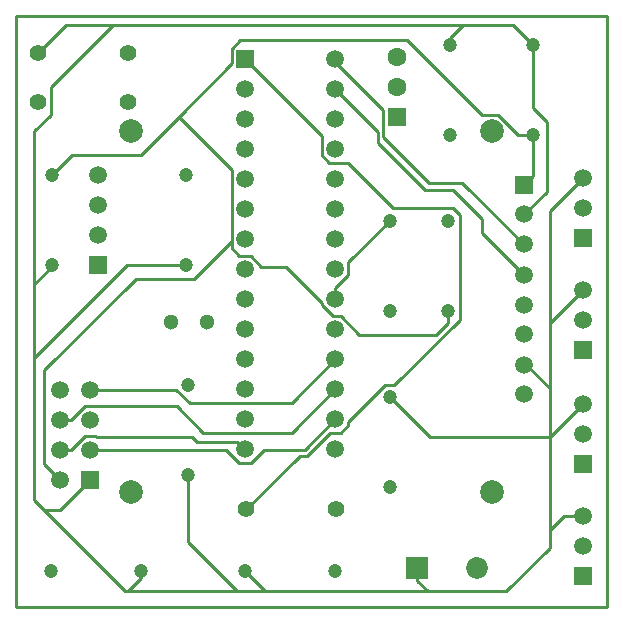
<source format=gtl>
G04 Layer_Physical_Order=1*
G04 Layer_Color=255*
%FSLAX42Y42*%
%MOMM*%
G71*
G01*
G75*
%ADD10C,0.25*%
%ADD11C,0.25*%
%ADD12C,1.20*%
%ADD13C,1.30*%
%ADD14R,1.60X1.60*%
%ADD15C,1.60*%
%ADD16C,1.50*%
%ADD17R,1.50X1.50*%
%ADD18C,1.40*%
%ADD19R,1.50X1.50*%
%ADD20R,1.85X1.85*%
%ADD21C,1.85*%
%ADD22C,2.00*%
D10*
X1426Y2893D02*
X1450Y2869D01*
X150Y2731D02*
X307Y2887D01*
X3483Y129D02*
X4150D01*
X2107D02*
X3483D01*
X3396Y216D02*
X3483Y129D01*
X3396Y216D02*
Y325D01*
X936Y2893D02*
X1426D01*
X150Y2107D02*
X936Y2893D01*
X184Y4687D02*
X420Y4924D01*
X817D01*
X3655Y2401D02*
Y2506D01*
X2808Y3758D02*
X3191Y3375D01*
X3695D01*
X3753Y3318D01*
Y2428D02*
Y3318D01*
X2811Y2918D02*
X3160Y3268D01*
X2811Y2808D02*
Y2918D01*
X2698Y2696D02*
X2811Y2808D01*
X2698Y2601D02*
Y2696D01*
X2332Y1726D02*
X2698Y2093D01*
X2332Y1473D02*
X2698Y1839D01*
X2442Y1329D02*
X2698Y1585D01*
X1870Y1398D02*
X1936Y1331D01*
X1527Y1398D02*
X1870D01*
X2698Y4612D02*
Y4633D01*
X3554Y2300D02*
X3655Y2401D01*
X2904Y2300D02*
X3554D01*
X3201Y1876D02*
X3753Y2428D01*
X2586Y3824D02*
X2651Y3758D01*
X2808D01*
X3701Y3526D02*
X3944Y3283D01*
X3462Y3526D02*
X3701D01*
X3944Y3168D02*
Y3283D01*
Y3168D02*
X4300Y2812D01*
X2745Y2459D02*
X2904Y2300D01*
X1503Y2772D02*
X1817Y3085D01*
X1410Y2772D02*
X1503D01*
X1408Y2774D02*
X1410Y2772D01*
X1010Y2774D02*
X1408D01*
X237Y2000D02*
X1010Y2774D01*
X150Y903D02*
Y2107D01*
X237Y1210D02*
Y2000D01*
X1374Y4149D02*
X1824Y4599D01*
X1052Y3827D02*
X1374Y4149D01*
X1824Y3033D02*
X1889Y2967D01*
X1824Y3033D02*
Y3700D01*
X1374Y4149D02*
X1824Y3700D01*
Y4599D02*
Y4724D01*
X1889Y2967D02*
X1983D01*
X1870Y129D02*
X2107D01*
X2088Y149D02*
X2107Y129D01*
X2088Y149D02*
Y150D01*
X1938Y300D02*
X2088Y150D01*
X946Y129D02*
X1870D01*
X924D02*
X946D01*
X1056Y239D01*
Y300D01*
X1983Y2967D02*
X2075Y2875D01*
X2284D01*
X2680Y2459D02*
X2745D01*
X2586Y2554D02*
X2680Y2459D01*
X2586Y2554D02*
Y2574D01*
X2284Y2875D02*
X2586Y2574D01*
X1484Y1440D02*
X1527Y1398D01*
X1779Y1329D02*
X1889Y1219D01*
X694Y1329D02*
X1779D01*
X1889Y1219D02*
X1983D01*
X673Y1440D02*
X1484D01*
X1581Y1473D02*
X2332D01*
X1357Y1695D02*
X1581Y1473D01*
X578Y1695D02*
X1357D01*
X672Y1441D02*
X673Y1440D01*
X578Y1441D02*
X672D01*
X466Y1329D02*
X578Y1441D01*
X371Y1329D02*
X466D01*
X692Y1327D02*
X694Y1329D01*
X651Y1327D02*
X692D01*
X466Y1583D02*
X578Y1695D01*
X1467Y1726D02*
X2332D01*
X2463Y1279D02*
X2656Y1473D01*
X371Y1583D02*
X466D01*
X237Y1210D02*
X371Y1075D01*
X150Y903D02*
X237Y817D01*
X649Y1329D02*
X651Y1327D01*
X625Y1329D02*
X649D01*
X1356Y1837D02*
X1467Y1726D01*
X625Y1837D02*
X1356D01*
X2093Y1329D02*
X2442D01*
X1983Y1219D02*
X2093Y1329D01*
X2656Y1473D02*
X2745D01*
X2398Y1279D02*
X2463D01*
X1944Y825D02*
X2398Y1279D01*
X1936Y4633D02*
X2586Y3983D01*
Y3824D02*
Y3983D01*
X3120Y1876D02*
X3201D01*
X2811Y1566D02*
X3120Y1876D01*
X2811Y1538D02*
Y1566D01*
X2745Y1473D02*
X2811Y1538D01*
X3160Y1778D02*
X3502Y1437D01*
X4515D01*
X4375Y3649D02*
Y3994D01*
X4300Y3574D02*
X4375Y3649D01*
X4494Y3514D02*
Y4106D01*
X4300Y3321D02*
X4494Y3514D01*
X4515Y3351D02*
X4794Y3629D01*
X4250Y3994D02*
X4375D01*
X4082Y4162D02*
X4250Y3994D01*
X3943Y4162D02*
X4082D01*
X4375Y4225D02*
X4494Y4106D01*
X3058Y3930D02*
X3462Y3526D01*
X3108Y3973D02*
X3490Y3590D01*
X3108Y3973D02*
Y4203D01*
X3058Y3930D02*
Y4020D01*
X2698Y4379D02*
X3058Y4020D01*
X2698Y4612D02*
X3108Y4203D01*
X4515Y1849D02*
Y2405D01*
Y1437D02*
Y1849D01*
X4314Y2050D02*
X4515Y1849D01*
X4300Y2050D02*
X4314D01*
X4640Y770D02*
X4794D01*
X4515Y645D02*
X4640Y770D01*
X4515Y495D02*
Y645D01*
Y1437D01*
Y2405D02*
X4794Y2683D01*
X3776Y3590D02*
X4300Y3067D01*
X3490Y3590D02*
X3776D01*
X4515Y2405D02*
Y3351D01*
X3675Y4815D02*
X3784Y4924D01*
X3675Y4756D02*
Y4815D01*
X1450Y549D02*
Y1119D01*
X4150Y129D02*
X4515Y495D01*
X1450Y549D02*
X1870Y129D01*
X237Y817D02*
X924Y129D01*
X237Y817D02*
X367D01*
X625Y1075D01*
X4515Y1437D02*
X4794Y1716D01*
X3784Y4924D02*
X4208D01*
X4375Y4756D01*
X150Y4027D02*
X291Y4167D01*
Y4397D01*
X817Y4924D01*
X3784D01*
X3311Y4794D02*
X3943Y4162D01*
X1824Y4724D02*
X1895Y4794D01*
X4375Y4225D02*
Y4756D01*
X1895Y4794D02*
X3311D01*
X473Y3827D02*
X1052D01*
X301Y3655D02*
X473Y3827D01*
X150Y2731D02*
Y4027D01*
Y2107D02*
Y2731D01*
D11*
X0Y0D02*
Y5000D01*
Y0D02*
X5000D01*
Y5000D01*
X0D02*
X5000D01*
D12*
X1450Y1881D02*
D03*
Y1119D02*
D03*
X301Y2893D02*
D03*
Y3655D02*
D03*
X3160Y1016D02*
D03*
Y1778D02*
D03*
Y2506D02*
D03*
Y3268D02*
D03*
X4375Y3994D02*
D03*
Y4756D02*
D03*
X2700Y300D02*
D03*
X1938D02*
D03*
X3655Y3268D02*
D03*
Y2506D02*
D03*
X1440Y3655D02*
D03*
Y2893D02*
D03*
X294Y300D02*
D03*
X1056D02*
D03*
X3675Y4756D02*
D03*
Y3994D02*
D03*
D13*
X1617Y2408D02*
D03*
X1307D02*
D03*
D14*
X3225Y4146D02*
D03*
D15*
Y4400D02*
D03*
Y4654D02*
D03*
D16*
X2698Y1331D02*
D03*
Y1585D02*
D03*
Y1839D02*
D03*
Y2093D02*
D03*
Y2347D02*
D03*
Y2601D02*
D03*
Y2855D02*
D03*
Y3109D02*
D03*
Y3363D02*
D03*
Y3617D02*
D03*
Y3871D02*
D03*
Y4125D02*
D03*
Y4379D02*
D03*
Y4633D02*
D03*
X1936Y1331D02*
D03*
Y1585D02*
D03*
Y1839D02*
D03*
Y2093D02*
D03*
Y2347D02*
D03*
Y2601D02*
D03*
Y2855D02*
D03*
Y3109D02*
D03*
Y3363D02*
D03*
Y3617D02*
D03*
Y3871D02*
D03*
Y4125D02*
D03*
Y4379D02*
D03*
X688Y3655D02*
D03*
Y3401D02*
D03*
Y3147D02*
D03*
X4300Y3321D02*
D03*
Y3067D02*
D03*
Y2812D02*
D03*
Y2558D02*
D03*
Y2305D02*
D03*
Y2050D02*
D03*
Y1797D02*
D03*
X4794Y1462D02*
D03*
Y1716D02*
D03*
Y3376D02*
D03*
Y3629D02*
D03*
Y2430D02*
D03*
Y2683D02*
D03*
Y516D02*
D03*
Y770D02*
D03*
X371Y1837D02*
D03*
X625D02*
D03*
X371Y1583D02*
D03*
X625D02*
D03*
X371Y1329D02*
D03*
X625D02*
D03*
X371Y1075D02*
D03*
D17*
X1936Y4633D02*
D03*
D18*
X184Y4687D02*
D03*
X945D02*
D03*
X184Y4275D02*
D03*
X945D02*
D03*
X2706Y825D02*
D03*
X1944D02*
D03*
D19*
X688Y2893D02*
D03*
X4300Y3574D02*
D03*
X4794Y1208D02*
D03*
Y3122D02*
D03*
Y2175D02*
D03*
Y262D02*
D03*
X625Y1075D02*
D03*
D20*
X3396Y325D02*
D03*
D21*
X3904D02*
D03*
D22*
X975Y4025D02*
D03*
X4025D02*
D03*
Y975D02*
D03*
X975Y969D02*
D03*
M02*

</source>
